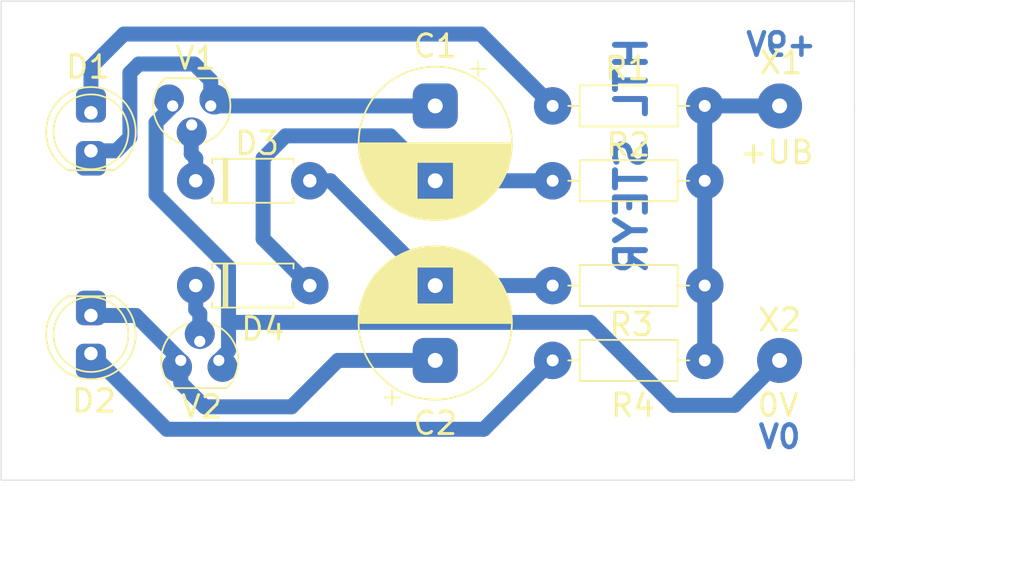
<source format=kicad_pcb>
(kicad_pcb (version 20171130) (host pcbnew 5.1.4-e60b266~84~ubuntu18.04.1)

  (general
    (thickness 1.6)
    (drawings 14)
    (tracks 55)
    (zones 0)
    (modules 14)
    (nets 11)
  )

  (page A4)
  (layers
    (0 F.Cu signal)
    (31 B.Cu signal)
    (32 B.Adhes user)
    (33 F.Adhes user)
    (34 B.Paste user)
    (35 F.Paste user)
    (36 B.SilkS user)
    (37 F.SilkS user)
    (38 B.Mask user)
    (39 F.Mask user)
    (40 Dwgs.User user)
    (41 Cmts.User user)
    (42 Eco1.User user)
    (43 Eco2.User user)
    (44 Edge.Cuts user)
    (45 Margin user)
    (46 B.CrtYd user)
    (47 F.CrtYd user)
    (48 B.Fab user)
    (49 F.Fab user)
  )

  (setup
    (last_trace_width 1)
    (trace_clearance 0.4)
    (zone_clearance 0.508)
    (zone_45_only no)
    (trace_min 1)
    (via_size 1.4)
    (via_drill 0.8)
    (via_min_size 1.4)
    (via_min_drill 0.8)
    (uvia_size 0.3)
    (uvia_drill 0.1)
    (uvias_allowed no)
    (uvia_min_size 0.2)
    (uvia_min_drill 0.1)
    (edge_width 0.05)
    (segment_width 0.2)
    (pcb_text_width 0.3)
    (pcb_text_size 1.5 1.5)
    (mod_edge_width 0.12)
    (mod_text_size 1 1)
    (mod_text_width 0.15)
    (pad_size 1.524 1.524)
    (pad_drill 0.762)
    (pad_to_mask_clearance 0.051)
    (solder_mask_min_width 0.25)
    (aux_axis_origin 0 0)
    (visible_elements FFFFFF7F)
    (pcbplotparams
      (layerselection 0x01020_fffffffe)
      (usegerberextensions false)
      (usegerberattributes false)
      (usegerberadvancedattributes false)
      (creategerberjobfile false)
      (excludeedgelayer true)
      (linewidth 0.100000)
      (plotframeref false)
      (viasonmask false)
      (mode 1)
      (useauxorigin false)
      (hpglpennumber 1)
      (hpglpenspeed 20)
      (hpglpendiameter 15.000000)
      (psnegative false)
      (psa4output false)
      (plotreference true)
      (plotvalue true)
      (plotinvisibletext false)
      (padsonsilk false)
      (subtractmaskfromsilk false)
      (outputformat 5)
      (mirror false)
      (drillshape 0)
      (scaleselection 1)
      (outputdirectory "svg"))
  )

  (net 0 "")
  (net 1 "Net-(C1-Pad2)")
  (net 2 "Net-(C1-Pad1)")
  (net 3 "Net-(C2-Pad2)")
  (net 4 "Net-(C2-Pad1)")
  (net 5 "Net-(D3-Pad1)")
  (net 6 "Net-(D4-Pad1)")
  (net 7 "Net-(D1-Pad2)")
  (net 8 "Net-(D2-Pad2)")
  (net 9 "Net-(R1-Pad1)")
  (net 10 "Net-(V1-Pad3)")

  (net_class Default "This is the default net class."
    (clearance 0.4)
    (trace_width 1)
    (via_dia 1.4)
    (via_drill 0.8)
    (uvia_dia 0.3)
    (uvia_drill 0.1)
    (diff_pair_width 1)
    (diff_pair_gap 0.4)
    (add_net "Net-(C1-Pad1)")
    (add_net "Net-(C1-Pad2)")
    (add_net "Net-(C2-Pad1)")
    (add_net "Net-(C2-Pad2)")
    (add_net "Net-(D1-Pad2)")
    (add_net "Net-(D2-Pad2)")
    (add_net "Net-(D3-Pad1)")
    (add_net "Net-(D4-Pad1)")
    (add_net "Net-(R1-Pad1)")
    (add_net "Net-(V1-Pad3)")
  )

  (module astabile-kippstufe:SolderWirePad_3mm_Drill-1mm (layer F.Cu) (tedit 5DE5A5AA) (tstamp 5DA7AB65)
    (at 175 92)
    (descr "Wire solder connection")
    (tags connector)
    (path /5DABD60F)
    (attr virtual)
    (fp_text reference X2 (at 0 -2.7) (layer F.SilkS)
      (effects (font (size 1.5 1.5) (thickness 0.2)))
    )
    (fp_text value 0V (at -0.1 3) (layer F.SilkS)
      (effects (font (size 1.5 1.5) (thickness 0.2)))
    )
    (fp_text user %R (at 0 -2.8) (layer F.Fab)
      (effects (font (size 1.5 1.5) (thickness 0.2)))
    )
    (fp_line (start -1.5 -1.5) (end 1.5 -1.5) (layer F.CrtYd) (width 0.05))
    (fp_line (start -1.5 -1.5) (end -1.5 1.5) (layer F.CrtYd) (width 0.05))
    (fp_line (start 1.5 1.5) (end 1.5 -1.5) (layer F.CrtYd) (width 0.05))
    (fp_line (start 1.5 1.5) (end -1.5 1.5) (layer F.CrtYd) (width 0.05))
    (pad 1 thru_hole circle (at 0 0) (size 3 3) (drill 1) (layers *.Cu *.Mask)
      (net 10 "Net-(V1-Pad3)"))
  )

  (module astabile-kippstufe:SolderWirePad_3mm_Drill-1mm (layer F.Cu) (tedit 5DE5A5AA) (tstamp 5DA7AB5B)
    (at 175 75)
    (descr "Wire solder connection")
    (tags connector)
    (path /5DABC397)
    (attr virtual)
    (fp_text reference X1 (at 0.1 -2.9) (layer F.SilkS)
      (effects (font (size 1.5 1.5) (thickness 0.2)))
    )
    (fp_text value +UB (at -0.2 3.1) (layer F.SilkS)
      (effects (font (size 1.5 1.5) (thickness 0.2)))
    )
    (fp_text user %R (at 0.2 -3) (layer F.Fab)
      (effects (font (size 1.5 1.5) (thickness 0.2)))
    )
    (fp_line (start -1.5 -1.5) (end 1.5 -1.5) (layer F.CrtYd) (width 0.05))
    (fp_line (start -1.5 -1.5) (end -1.5 1.5) (layer F.CrtYd) (width 0.05))
    (fp_line (start 1.5 1.5) (end 1.5 -1.5) (layer F.CrtYd) (width 0.05))
    (fp_line (start 1.5 1.5) (end -1.5 1.5) (layer F.CrtYd) (width 0.05))
    (pad 1 thru_hole circle (at 0 0) (size 3 3) (drill 1) (layers *.Cu *.Mask)
      (net 9 "Net-(R1-Pad1)"))
  )

  (module astabile-kippstufe:CP_Radial_D10.0mm_P5.00mm (layer F.Cu) (tedit 5DE5A4D4) (tstamp 5DA72D8D)
    (at 152 92 90)
    (descr "CP, Radial series, Radial, pin pitch=5.00mm, , diameter=10mm, Electrolytic Capacitor")
    (tags "CP Radial series Radial pin pitch 5.00mm  diameter 10mm Electrolytic Capacitor")
    (path /5DA73670)
    (fp_text reference C2 (at -4.2 0) (layer F.SilkS)
      (effects (font (size 1.5 1.5) (thickness 0.2)))
    )
    (fp_text value 22u (at 2.7 0.2) (layer F.Fab)
      (effects (font (size 1.5 1.5) (thickness 0.2)))
    )
    (fp_circle (center 2.5 0) (end 7.5 0) (layer F.Fab) (width 0.1))
    (fp_circle (center 2.5 0) (end 7.62 0) (layer F.SilkS) (width 0.12))
    (fp_circle (center 2.5 0) (end 7.75 0) (layer F.CrtYd) (width 0.05))
    (fp_line (start -1.788861 -2.1875) (end -0.788861 -2.1875) (layer F.Fab) (width 0.1))
    (fp_line (start -1.288861 -2.6875) (end -1.288861 -1.6875) (layer F.Fab) (width 0.1))
    (fp_line (start 2.5 -5.08) (end 2.5 5.08) (layer F.SilkS) (width 0.12))
    (fp_line (start 2.54 -5.08) (end 2.54 5.08) (layer F.SilkS) (width 0.12))
    (fp_line (start 2.58 -5.08) (end 2.58 5.08) (layer F.SilkS) (width 0.12))
    (fp_line (start 2.62 -5.079) (end 2.62 5.079) (layer F.SilkS) (width 0.12))
    (fp_line (start 2.66 -5.078) (end 2.66 5.078) (layer F.SilkS) (width 0.12))
    (fp_line (start 2.7 -5.077) (end 2.7 5.077) (layer F.SilkS) (width 0.12))
    (fp_line (start 2.74 -5.075) (end 2.74 5.075) (layer F.SilkS) (width 0.12))
    (fp_line (start 2.78 -5.073) (end 2.78 5.073) (layer F.SilkS) (width 0.12))
    (fp_line (start 2.82 -5.07) (end 2.82 5.07) (layer F.SilkS) (width 0.12))
    (fp_line (start 2.86 -5.068) (end 2.86 5.068) (layer F.SilkS) (width 0.12))
    (fp_line (start 2.9 -5.065) (end 2.9 5.065) (layer F.SilkS) (width 0.12))
    (fp_line (start 2.94 -5.062) (end 2.94 5.062) (layer F.SilkS) (width 0.12))
    (fp_line (start 2.98 -5.058) (end 2.98 5.058) (layer F.SilkS) (width 0.12))
    (fp_line (start 3.02 -5.054) (end 3.02 5.054) (layer F.SilkS) (width 0.12))
    (fp_line (start 3.06 -5.05) (end 3.06 5.05) (layer F.SilkS) (width 0.12))
    (fp_line (start 3.1 -5.045) (end 3.1 5.045) (layer F.SilkS) (width 0.12))
    (fp_line (start 3.14 -5.04) (end 3.14 5.04) (layer F.SilkS) (width 0.12))
    (fp_line (start 3.18 -5.035) (end 3.18 5.035) (layer F.SilkS) (width 0.12))
    (fp_line (start 3.221 -5.03) (end 3.221 5.03) (layer F.SilkS) (width 0.12))
    (fp_line (start 3.261 -5.024) (end 3.261 5.024) (layer F.SilkS) (width 0.12))
    (fp_line (start 3.301 -5.018) (end 3.301 5.018) (layer F.SilkS) (width 0.12))
    (fp_line (start 3.341 -5.011) (end 3.341 5.011) (layer F.SilkS) (width 0.12))
    (fp_line (start 3.381 -5.004) (end 3.381 5.004) (layer F.SilkS) (width 0.12))
    (fp_line (start 3.421 -4.997) (end 3.421 4.997) (layer F.SilkS) (width 0.12))
    (fp_line (start 3.461 -4.99) (end 3.461 4.99) (layer F.SilkS) (width 0.12))
    (fp_line (start 3.501 -4.982) (end 3.501 4.982) (layer F.SilkS) (width 0.12))
    (fp_line (start 3.541 -4.974) (end 3.541 4.974) (layer F.SilkS) (width 0.12))
    (fp_line (start 3.581 -4.965) (end 3.581 4.965) (layer F.SilkS) (width 0.12))
    (fp_line (start 3.621 -4.956) (end 3.621 4.956) (layer F.SilkS) (width 0.12))
    (fp_line (start 3.661 -4.947) (end 3.661 4.947) (layer F.SilkS) (width 0.12))
    (fp_line (start 3.701 -4.938) (end 3.701 4.938) (layer F.SilkS) (width 0.12))
    (fp_line (start 3.741 -4.928) (end 3.741 4.928) (layer F.SilkS) (width 0.12))
    (fp_line (start 3.781 -4.918) (end 3.781 -1.241) (layer F.SilkS) (width 0.12))
    (fp_line (start 3.781 1.241) (end 3.781 4.918) (layer F.SilkS) (width 0.12))
    (fp_line (start 3.821 -4.907) (end 3.821 -1.241) (layer F.SilkS) (width 0.12))
    (fp_line (start 3.821 1.241) (end 3.821 4.907) (layer F.SilkS) (width 0.12))
    (fp_line (start 3.861 -4.897) (end 3.861 -1.241) (layer F.SilkS) (width 0.12))
    (fp_line (start 3.861 1.241) (end 3.861 4.897) (layer F.SilkS) (width 0.12))
    (fp_line (start 3.901 -4.885) (end 3.901 -1.241) (layer F.SilkS) (width 0.12))
    (fp_line (start 3.901 1.241) (end 3.901 4.885) (layer F.SilkS) (width 0.12))
    (fp_line (start 3.941 -4.874) (end 3.941 -1.241) (layer F.SilkS) (width 0.12))
    (fp_line (start 3.941 1.241) (end 3.941 4.874) (layer F.SilkS) (width 0.12))
    (fp_line (start 3.981 -4.862) (end 3.981 -1.241) (layer F.SilkS) (width 0.12))
    (fp_line (start 3.981 1.241) (end 3.981 4.862) (layer F.SilkS) (width 0.12))
    (fp_line (start 4.021 -4.85) (end 4.021 -1.241) (layer F.SilkS) (width 0.12))
    (fp_line (start 4.021 1.241) (end 4.021 4.85) (layer F.SilkS) (width 0.12))
    (fp_line (start 4.061 -4.837) (end 4.061 -1.241) (layer F.SilkS) (width 0.12))
    (fp_line (start 4.061 1.241) (end 4.061 4.837) (layer F.SilkS) (width 0.12))
    (fp_line (start 4.101 -4.824) (end 4.101 -1.241) (layer F.SilkS) (width 0.12))
    (fp_line (start 4.101 1.241) (end 4.101 4.824) (layer F.SilkS) (width 0.12))
    (fp_line (start 4.141 -4.811) (end 4.141 -1.241) (layer F.SilkS) (width 0.12))
    (fp_line (start 4.141 1.241) (end 4.141 4.811) (layer F.SilkS) (width 0.12))
    (fp_line (start 4.181 -4.797) (end 4.181 -1.241) (layer F.SilkS) (width 0.12))
    (fp_line (start 4.181 1.241) (end 4.181 4.797) (layer F.SilkS) (width 0.12))
    (fp_line (start 4.221 -4.783) (end 4.221 -1.241) (layer F.SilkS) (width 0.12))
    (fp_line (start 4.221 1.241) (end 4.221 4.783) (layer F.SilkS) (width 0.12))
    (fp_line (start 4.261 -4.768) (end 4.261 -1.241) (layer F.SilkS) (width 0.12))
    (fp_line (start 4.261 1.241) (end 4.261 4.768) (layer F.SilkS) (width 0.12))
    (fp_line (start 4.301 -4.754) (end 4.301 -1.241) (layer F.SilkS) (width 0.12))
    (fp_line (start 4.301 1.241) (end 4.301 4.754) (layer F.SilkS) (width 0.12))
    (fp_line (start 4.341 -4.738) (end 4.341 -1.241) (layer F.SilkS) (width 0.12))
    (fp_line (start 4.341 1.241) (end 4.341 4.738) (layer F.SilkS) (width 0.12))
    (fp_line (start 4.381 -4.723) (end 4.381 -1.241) (layer F.SilkS) (width 0.12))
    (fp_line (start 4.381 1.241) (end 4.381 4.723) (layer F.SilkS) (width 0.12))
    (fp_line (start 4.421 -4.707) (end 4.421 -1.241) (layer F.SilkS) (width 0.12))
    (fp_line (start 4.421 1.241) (end 4.421 4.707) (layer F.SilkS) (width 0.12))
    (fp_line (start 4.461 -4.69) (end 4.461 -1.241) (layer F.SilkS) (width 0.12))
    (fp_line (start 4.461 1.241) (end 4.461 4.69) (layer F.SilkS) (width 0.12))
    (fp_line (start 4.501 -4.674) (end 4.501 -1.241) (layer F.SilkS) (width 0.12))
    (fp_line (start 4.501 1.241) (end 4.501 4.674) (layer F.SilkS) (width 0.12))
    (fp_line (start 4.541 -4.657) (end 4.541 -1.241) (layer F.SilkS) (width 0.12))
    (fp_line (start 4.541 1.241) (end 4.541 4.657) (layer F.SilkS) (width 0.12))
    (fp_line (start 4.581 -4.639) (end 4.581 -1.241) (layer F.SilkS) (width 0.12))
    (fp_line (start 4.581 1.241) (end 4.581 4.639) (layer F.SilkS) (width 0.12))
    (fp_line (start 4.621 -4.621) (end 4.621 -1.241) (layer F.SilkS) (width 0.12))
    (fp_line (start 4.621 1.241) (end 4.621 4.621) (layer F.SilkS) (width 0.12))
    (fp_line (start 4.661 -4.603) (end 4.661 -1.241) (layer F.SilkS) (width 0.12))
    (fp_line (start 4.661 1.241) (end 4.661 4.603) (layer F.SilkS) (width 0.12))
    (fp_line (start 4.701 -4.584) (end 4.701 -1.241) (layer F.SilkS) (width 0.12))
    (fp_line (start 4.701 1.241) (end 4.701 4.584) (layer F.SilkS) (width 0.12))
    (fp_line (start 4.741 -4.564) (end 4.741 -1.241) (layer F.SilkS) (width 0.12))
    (fp_line (start 4.741 1.241) (end 4.741 4.564) (layer F.SilkS) (width 0.12))
    (fp_line (start 4.781 -4.545) (end 4.781 -1.241) (layer F.SilkS) (width 0.12))
    (fp_line (start 4.781 1.241) (end 4.781 4.545) (layer F.SilkS) (width 0.12))
    (fp_line (start 4.821 -4.525) (end 4.821 -1.241) (layer F.SilkS) (width 0.12))
    (fp_line (start 4.821 1.241) (end 4.821 4.525) (layer F.SilkS) (width 0.12))
    (fp_line (start 4.861 -4.504) (end 4.861 -1.241) (layer F.SilkS) (width 0.12))
    (fp_line (start 4.861 1.241) (end 4.861 4.504) (layer F.SilkS) (width 0.12))
    (fp_line (start 4.901 -4.483) (end 4.901 -1.241) (layer F.SilkS) (width 0.12))
    (fp_line (start 4.901 1.241) (end 4.901 4.483) (layer F.SilkS) (width 0.12))
    (fp_line (start 4.941 -4.462) (end 4.941 -1.241) (layer F.SilkS) (width 0.12))
    (fp_line (start 4.941 1.241) (end 4.941 4.462) (layer F.SilkS) (width 0.12))
    (fp_line (start 4.981 -4.44) (end 4.981 -1.241) (layer F.SilkS) (width 0.12))
    (fp_line (start 4.981 1.241) (end 4.981 4.44) (layer F.SilkS) (width 0.12))
    (fp_line (start 5.021 -4.417) (end 5.021 -1.241) (layer F.SilkS) (width 0.12))
    (fp_line (start 5.021 1.241) (end 5.021 4.417) (layer F.SilkS) (width 0.12))
    (fp_line (start 5.061 -4.395) (end 5.061 -1.241) (layer F.SilkS) (width 0.12))
    (fp_line (start 5.061 1.241) (end 5.061 4.395) (layer F.SilkS) (width 0.12))
    (fp_line (start 5.101 -4.371) (end 5.101 -1.241) (layer F.SilkS) (width 0.12))
    (fp_line (start 5.101 1.241) (end 5.101 4.371) (layer F.SilkS) (width 0.12))
    (fp_line (start 5.141 -4.347) (end 5.141 -1.241) (layer F.SilkS) (width 0.12))
    (fp_line (start 5.141 1.241) (end 5.141 4.347) (layer F.SilkS) (width 0.12))
    (fp_line (start 5.181 -4.323) (end 5.181 -1.241) (layer F.SilkS) (width 0.12))
    (fp_line (start 5.181 1.241) (end 5.181 4.323) (layer F.SilkS) (width 0.12))
    (fp_line (start 5.221 -4.298) (end 5.221 -1.241) (layer F.SilkS) (width 0.12))
    (fp_line (start 5.221 1.241) (end 5.221 4.298) (layer F.SilkS) (width 0.12))
    (fp_line (start 5.261 -4.273) (end 5.261 -1.241) (layer F.SilkS) (width 0.12))
    (fp_line (start 5.261 1.241) (end 5.261 4.273) (layer F.SilkS) (width 0.12))
    (fp_line (start 5.301 -4.247) (end 5.301 -1.241) (layer F.SilkS) (width 0.12))
    (fp_line (start 5.301 1.241) (end 5.301 4.247) (layer F.SilkS) (width 0.12))
    (fp_line (start 5.341 -4.221) (end 5.341 -1.241) (layer F.SilkS) (width 0.12))
    (fp_line (start 5.341 1.241) (end 5.341 4.221) (layer F.SilkS) (width 0.12))
    (fp_line (start 5.381 -4.194) (end 5.381 -1.241) (layer F.SilkS) (width 0.12))
    (fp_line (start 5.381 1.241) (end 5.381 4.194) (layer F.SilkS) (width 0.12))
    (fp_line (start 5.421 -4.166) (end 5.421 -1.241) (layer F.SilkS) (width 0.12))
    (fp_line (start 5.421 1.241) (end 5.421 4.166) (layer F.SilkS) (width 0.12))
    (fp_line (start 5.461 -4.138) (end 5.461 -1.241) (layer F.SilkS) (width 0.12))
    (fp_line (start 5.461 1.241) (end 5.461 4.138) (layer F.SilkS) (width 0.12))
    (fp_line (start 5.501 -4.11) (end 5.501 -1.241) (layer F.SilkS) (width 0.12))
    (fp_line (start 5.501 1.241) (end 5.501 4.11) (layer F.SilkS) (width 0.12))
    (fp_line (start 5.541 -4.08) (end 5.541 -1.241) (layer F.SilkS) (width 0.12))
    (fp_line (start 5.541 1.241) (end 5.541 4.08) (layer F.SilkS) (width 0.12))
    (fp_line (start 5.581 -4.05) (end 5.581 -1.241) (layer F.SilkS) (width 0.12))
    (fp_line (start 5.581 1.241) (end 5.581 4.05) (layer F.SilkS) (width 0.12))
    (fp_line (start 5.621 -4.02) (end 5.621 -1.241) (layer F.SilkS) (width 0.12))
    (fp_line (start 5.621 1.241) (end 5.621 4.02) (layer F.SilkS) (width 0.12))
    (fp_line (start 5.661 -3.989) (end 5.661 -1.241) (layer F.SilkS) (width 0.12))
    (fp_line (start 5.661 1.241) (end 5.661 3.989) (layer F.SilkS) (width 0.12))
    (fp_line (start 5.701 -3.957) (end 5.701 -1.241) (layer F.SilkS) (width 0.12))
    (fp_line (start 5.701 1.241) (end 5.701 3.957) (layer F.SilkS) (width 0.12))
    (fp_line (start 5.741 -3.925) (end 5.741 -1.241) (layer F.SilkS) (width 0.12))
    (fp_line (start 5.741 1.241) (end 5.741 3.925) (layer F.SilkS) (width 0.12))
    (fp_line (start 5.781 -3.892) (end 5.781 -1.241) (layer F.SilkS) (width 0.12))
    (fp_line (start 5.781 1.241) (end 5.781 3.892) (layer F.SilkS) (width 0.12))
    (fp_line (start 5.821 -3.858) (end 5.821 -1.241) (layer F.SilkS) (width 0.12))
    (fp_line (start 5.821 1.241) (end 5.821 3.858) (layer F.SilkS) (width 0.12))
    (fp_line (start 5.861 -3.824) (end 5.861 -1.241) (layer F.SilkS) (width 0.12))
    (fp_line (start 5.861 1.241) (end 5.861 3.824) (layer F.SilkS) (width 0.12))
    (fp_line (start 5.901 -3.789) (end 5.901 -1.241) (layer F.SilkS) (width 0.12))
    (fp_line (start 5.901 1.241) (end 5.901 3.789) (layer F.SilkS) (width 0.12))
    (fp_line (start 5.941 -3.753) (end 5.941 -1.241) (layer F.SilkS) (width 0.12))
    (fp_line (start 5.941 1.241) (end 5.941 3.753) (layer F.SilkS) (width 0.12))
    (fp_line (start 5.981 -3.716) (end 5.981 -1.241) (layer F.SilkS) (width 0.12))
    (fp_line (start 5.981 1.241) (end 5.981 3.716) (layer F.SilkS) (width 0.12))
    (fp_line (start 6.021 -3.679) (end 6.021 -1.241) (layer F.SilkS) (width 0.12))
    (fp_line (start 6.021 1.241) (end 6.021 3.679) (layer F.SilkS) (width 0.12))
    (fp_line (start 6.061 -3.64) (end 6.061 -1.241) (layer F.SilkS) (width 0.12))
    (fp_line (start 6.061 1.241) (end 6.061 3.64) (layer F.SilkS) (width 0.12))
    (fp_line (start 6.101 -3.601) (end 6.101 -1.241) (layer F.SilkS) (width 0.12))
    (fp_line (start 6.101 1.241) (end 6.101 3.601) (layer F.SilkS) (width 0.12))
    (fp_line (start 6.141 -3.561) (end 6.141 -1.241) (layer F.SilkS) (width 0.12))
    (fp_line (start 6.141 1.241) (end 6.141 3.561) (layer F.SilkS) (width 0.12))
    (fp_line (start 6.181 -3.52) (end 6.181 -1.241) (layer F.SilkS) (width 0.12))
    (fp_line (start 6.181 1.241) (end 6.181 3.52) (layer F.SilkS) (width 0.12))
    (fp_line (start 6.221 -3.478) (end 6.221 -1.241) (layer F.SilkS) (width 0.12))
    (fp_line (start 6.221 1.241) (end 6.221 3.478) (layer F.SilkS) (width 0.12))
    (fp_line (start 6.261 -3.436) (end 6.261 3.436) (layer F.SilkS) (width 0.12))
    (fp_line (start 6.301 -3.392) (end 6.301 3.392) (layer F.SilkS) (width 0.12))
    (fp_line (start 6.341 -3.347) (end 6.341 3.347) (layer F.SilkS) (width 0.12))
    (fp_line (start 6.381 -3.301) (end 6.381 3.301) (layer F.SilkS) (width 0.12))
    (fp_line (start 6.421 -3.254) (end 6.421 3.254) (layer F.SilkS) (width 0.12))
    (fp_line (start 6.461 -3.206) (end 6.461 3.206) (layer F.SilkS) (width 0.12))
    (fp_line (start 6.501 -3.156) (end 6.501 3.156) (layer F.SilkS) (width 0.12))
    (fp_line (start 6.541 -3.106) (end 6.541 3.106) (layer F.SilkS) (width 0.12))
    (fp_line (start 6.581 -3.054) (end 6.581 3.054) (layer F.SilkS) (width 0.12))
    (fp_line (start 6.621 -3) (end 6.621 3) (layer F.SilkS) (width 0.12))
    (fp_line (start 6.661 -2.945) (end 6.661 2.945) (layer F.SilkS) (width 0.12))
    (fp_line (start 6.701 -2.889) (end 6.701 2.889) (layer F.SilkS) (width 0.12))
    (fp_line (start 6.741 -2.83) (end 6.741 2.83) (layer F.SilkS) (width 0.12))
    (fp_line (start 6.781 -2.77) (end 6.781 2.77) (layer F.SilkS) (width 0.12))
    (fp_line (start 6.821 -2.709) (end 6.821 2.709) (layer F.SilkS) (width 0.12))
    (fp_line (start 6.861 -2.645) (end 6.861 2.645) (layer F.SilkS) (width 0.12))
    (fp_line (start 6.901 -2.579) (end 6.901 2.579) (layer F.SilkS) (width 0.12))
    (fp_line (start 6.941 -2.51) (end 6.941 2.51) (layer F.SilkS) (width 0.12))
    (fp_line (start 6.981 -2.439) (end 6.981 2.439) (layer F.SilkS) (width 0.12))
    (fp_line (start 7.021 -2.365) (end 7.021 2.365) (layer F.SilkS) (width 0.12))
    (fp_line (start 7.061 -2.289) (end 7.061 2.289) (layer F.SilkS) (width 0.12))
    (fp_line (start 7.101 -2.209) (end 7.101 2.209) (layer F.SilkS) (width 0.12))
    (fp_line (start 7.141 -2.125) (end 7.141 2.125) (layer F.SilkS) (width 0.12))
    (fp_line (start 7.181 -2.037) (end 7.181 2.037) (layer F.SilkS) (width 0.12))
    (fp_line (start 7.221 -1.944) (end 7.221 1.944) (layer F.SilkS) (width 0.12))
    (fp_line (start 7.261 -1.846) (end 7.261 1.846) (layer F.SilkS) (width 0.12))
    (fp_line (start 7.301 -1.742) (end 7.301 1.742) (layer F.SilkS) (width 0.12))
    (fp_line (start 7.341 -1.63) (end 7.341 1.63) (layer F.SilkS) (width 0.12))
    (fp_line (start 7.381 -1.51) (end 7.381 1.51) (layer F.SilkS) (width 0.12))
    (fp_line (start 7.421 -1.378) (end 7.421 1.378) (layer F.SilkS) (width 0.12))
    (fp_line (start 7.461 -1.23) (end 7.461 1.23) (layer F.SilkS) (width 0.12))
    (fp_line (start 7.501 -1.062) (end 7.501 1.062) (layer F.SilkS) (width 0.12))
    (fp_line (start 7.541 -0.862) (end 7.541 0.862) (layer F.SilkS) (width 0.12))
    (fp_line (start 7.581 -0.599) (end 7.581 0.599) (layer F.SilkS) (width 0.12))
    (fp_line (start -2.979646 -2.875) (end -1.979646 -2.875) (layer F.SilkS) (width 0.12))
    (fp_line (start -2.479646 -3.375) (end -2.479646 -2.375) (layer F.SilkS) (width 0.12))
    (fp_text user %R (at 7.3 -5) (layer F.Fab)
      (effects (font (size 1.5 1.5) (thickness 0.2)))
    )
    (pad 1 thru_hole roundrect (at 0 0 90) (size 3 3) (drill 1) (layers *.Cu *.Mask) (roundrect_rratio 0.25)
      (net 4 "Net-(C2-Pad1)"))
    (pad 2 thru_hole roundrect (at 5 0 90) (size 3 3) (drill 1) (layers *.Cu *.Mask) (roundrect_rratio 0.25)
      (net 3 "Net-(C2-Pad2)"))
    (model ${KISYS3DMOD}/Capacitor_THT.3dshapes/CP_Radial_D10.0mm_P5.00mm.wrl
      (at (xyz 0 0 0))
      (scale (xyz 1 1 1))
      (rotate (xyz 0 0 0))
    )
  )

  (module astabile-kippstufe:CP_Radial_D10.0mm_P5.00mm (layer F.Cu) (tedit 5DE5A4D4) (tstamp 5DA72CC1)
    (at 152 75 270)
    (descr "CP, Radial series, Radial, pin pitch=5.00mm, , diameter=10mm, Electrolytic Capacitor")
    (tags "CP Radial series Radial pin pitch 5.00mm  diameter 10mm Electrolytic Capacitor")
    (path /5DA72C03)
    (fp_text reference C1 (at -4 0) (layer F.SilkS)
      (effects (font (size 1.5 1.5) (thickness 0.2)))
    )
    (fp_text value 22u (at 2.8 -0.1) (layer F.Fab)
      (effects (font (size 1.5 1.5) (thickness 0.2)))
    )
    (fp_circle (center 2.5 0) (end 7.5 0) (layer F.Fab) (width 0.1))
    (fp_circle (center 2.5 0) (end 7.62 0) (layer F.SilkS) (width 0.12))
    (fp_circle (center 2.5 0) (end 7.75 0) (layer F.CrtYd) (width 0.05))
    (fp_line (start -1.788861 -2.1875) (end -0.788861 -2.1875) (layer F.Fab) (width 0.1))
    (fp_line (start -1.288861 -2.6875) (end -1.288861 -1.6875) (layer F.Fab) (width 0.1))
    (fp_line (start 2.5 -5.08) (end 2.5 5.08) (layer F.SilkS) (width 0.12))
    (fp_line (start 2.54 -5.08) (end 2.54 5.08) (layer F.SilkS) (width 0.12))
    (fp_line (start 2.58 -5.08) (end 2.58 5.08) (layer F.SilkS) (width 0.12))
    (fp_line (start 2.62 -5.079) (end 2.62 5.079) (layer F.SilkS) (width 0.12))
    (fp_line (start 2.66 -5.078) (end 2.66 5.078) (layer F.SilkS) (width 0.12))
    (fp_line (start 2.7 -5.077) (end 2.7 5.077) (layer F.SilkS) (width 0.12))
    (fp_line (start 2.74 -5.075) (end 2.74 5.075) (layer F.SilkS) (width 0.12))
    (fp_line (start 2.78 -5.073) (end 2.78 5.073) (layer F.SilkS) (width 0.12))
    (fp_line (start 2.82 -5.07) (end 2.82 5.07) (layer F.SilkS) (width 0.12))
    (fp_line (start 2.86 -5.068) (end 2.86 5.068) (layer F.SilkS) (width 0.12))
    (fp_line (start 2.9 -5.065) (end 2.9 5.065) (layer F.SilkS) (width 0.12))
    (fp_line (start 2.94 -5.062) (end 2.94 5.062) (layer F.SilkS) (width 0.12))
    (fp_line (start 2.98 -5.058) (end 2.98 5.058) (layer F.SilkS) (width 0.12))
    (fp_line (start 3.02 -5.054) (end 3.02 5.054) (layer F.SilkS) (width 0.12))
    (fp_line (start 3.06 -5.05) (end 3.06 5.05) (layer F.SilkS) (width 0.12))
    (fp_line (start 3.1 -5.045) (end 3.1 5.045) (layer F.SilkS) (width 0.12))
    (fp_line (start 3.14 -5.04) (end 3.14 5.04) (layer F.SilkS) (width 0.12))
    (fp_line (start 3.18 -5.035) (end 3.18 5.035) (layer F.SilkS) (width 0.12))
    (fp_line (start 3.221 -5.03) (end 3.221 5.03) (layer F.SilkS) (width 0.12))
    (fp_line (start 3.261 -5.024) (end 3.261 5.024) (layer F.SilkS) (width 0.12))
    (fp_line (start 3.301 -5.018) (end 3.301 5.018) (layer F.SilkS) (width 0.12))
    (fp_line (start 3.341 -5.011) (end 3.341 5.011) (layer F.SilkS) (width 0.12))
    (fp_line (start 3.381 -5.004) (end 3.381 5.004) (layer F.SilkS) (width 0.12))
    (fp_line (start 3.421 -4.997) (end 3.421 4.997) (layer F.SilkS) (width 0.12))
    (fp_line (start 3.461 -4.99) (end 3.461 4.99) (layer F.SilkS) (width 0.12))
    (fp_line (start 3.501 -4.982) (end 3.501 4.982) (layer F.SilkS) (width 0.12))
    (fp_line (start 3.541 -4.974) (end 3.541 4.974) (layer F.SilkS) (width 0.12))
    (fp_line (start 3.581 -4.965) (end 3.581 4.965) (layer F.SilkS) (width 0.12))
    (fp_line (start 3.621 -4.956) (end 3.621 4.956) (layer F.SilkS) (width 0.12))
    (fp_line (start 3.661 -4.947) (end 3.661 4.947) (layer F.SilkS) (width 0.12))
    (fp_line (start 3.701 -4.938) (end 3.701 4.938) (layer F.SilkS) (width 0.12))
    (fp_line (start 3.741 -4.928) (end 3.741 4.928) (layer F.SilkS) (width 0.12))
    (fp_line (start 3.781 -4.918) (end 3.781 -1.241) (layer F.SilkS) (width 0.12))
    (fp_line (start 3.781 1.241) (end 3.781 4.918) (layer F.SilkS) (width 0.12))
    (fp_line (start 3.821 -4.907) (end 3.821 -1.241) (layer F.SilkS) (width 0.12))
    (fp_line (start 3.821 1.241) (end 3.821 4.907) (layer F.SilkS) (width 0.12))
    (fp_line (start 3.861 -4.897) (end 3.861 -1.241) (layer F.SilkS) (width 0.12))
    (fp_line (start 3.861 1.241) (end 3.861 4.897) (layer F.SilkS) (width 0.12))
    (fp_line (start 3.901 -4.885) (end 3.901 -1.241) (layer F.SilkS) (width 0.12))
    (fp_line (start 3.901 1.241) (end 3.901 4.885) (layer F.SilkS) (width 0.12))
    (fp_line (start 3.941 -4.874) (end 3.941 -1.241) (layer F.SilkS) (width 0.12))
    (fp_line (start 3.941 1.241) (end 3.941 4.874) (layer F.SilkS) (width 0.12))
    (fp_line (start 3.981 -4.862) (end 3.981 -1.241) (layer F.SilkS) (width 0.12))
    (fp_line (start 3.981 1.241) (end 3.981 4.862) (layer F.SilkS) (width 0.12))
    (fp_line (start 4.021 -4.85) (end 4.021 -1.241) (layer F.SilkS) (width 0.12))
    (fp_line (start 4.021 1.241) (end 4.021 4.85) (layer F.SilkS) (width 0.12))
    (fp_line (start 4.061 -4.837) (end 4.061 -1.241) (layer F.SilkS) (width 0.12))
    (fp_line (start 4.061 1.241) (end 4.061 4.837) (layer F.SilkS) (width 0.12))
    (fp_line (start 4.101 -4.824) (end 4.101 -1.241) (layer F.SilkS) (width 0.12))
    (fp_line (start 4.101 1.241) (end 4.101 4.824) (layer F.SilkS) (width 0.12))
    (fp_line (start 4.141 -4.811) (end 4.141 -1.241) (layer F.SilkS) (width 0.12))
    (fp_line (start 4.141 1.241) (end 4.141 4.811) (layer F.SilkS) (width 0.12))
    (fp_line (start 4.181 -4.797) (end 4.181 -1.241) (layer F.SilkS) (width 0.12))
    (fp_line (start 4.181 1.241) (end 4.181 4.797) (layer F.SilkS) (width 0.12))
    (fp_line (start 4.221 -4.783) (end 4.221 -1.241) (layer F.SilkS) (width 0.12))
    (fp_line (start 4.221 1.241) (end 4.221 4.783) (layer F.SilkS) (width 0.12))
    (fp_line (start 4.261 -4.768) (end 4.261 -1.241) (layer F.SilkS) (width 0.12))
    (fp_line (start 4.261 1.241) (end 4.261 4.768) (layer F.SilkS) (width 0.12))
    (fp_line (start 4.301 -4.754) (end 4.301 -1.241) (layer F.SilkS) (width 0.12))
    (fp_line (start 4.301 1.241) (end 4.301 4.754) (layer F.SilkS) (width 0.12))
    (fp_line (start 4.341 -4.738) (end 4.341 -1.241) (layer F.SilkS) (width 0.12))
    (fp_line (start 4.341 1.241) (end 4.341 4.738) (layer F.SilkS) (width 0.12))
    (fp_line (start 4.381 -4.723) (end 4.381 -1.241) (layer F.SilkS) (width 0.12))
    (fp_line (start 4.381 1.241) (end 4.381 4.723) (layer F.SilkS) (width 0.12))
    (fp_line (start 4.421 -4.707) (end 4.421 -1.241) (layer F.SilkS) (width 0.12))
    (fp_line (start 4.421 1.241) (end 4.421 4.707) (layer F.SilkS) (width 0.12))
    (fp_line (start 4.461 -4.69) (end 4.461 -1.241) (layer F.SilkS) (width 0.12))
    (fp_line (start 4.461 1.241) (end 4.461 4.69) (layer F.SilkS) (width 0.12))
    (fp_line (start 4.501 -4.674) (end 4.501 -1.241) (layer F.SilkS) (width 0.12))
    (fp_line (start 4.501 1.241) (end 4.501 4.674) (layer F.SilkS) (width 0.12))
    (fp_line (start 4.541 -4.657) (end 4.541 -1.241) (layer F.SilkS) (width 0.12))
    (fp_line (start 4.541 1.241) (end 4.541 4.657) (layer F.SilkS) (width 0.12))
    (fp_line (start 4.581 -4.639) (end 4.581 -1.241) (layer F.SilkS) (width 0.12))
    (fp_line (start 4.581 1.241) (end 4.581 4.639) (layer F.SilkS) (width 0.12))
    (fp_line (start 4.621 -4.621) (end 4.621 -1.241) (layer F.SilkS) (width 0.12))
    (fp_line (start 4.621 1.241) (end 4.621 4.621) (layer F.SilkS) (width 0.12))
    (fp_line (start 4.661 -4.603) (end 4.661 -1.241) (layer F.SilkS) (width 0.12))
    (fp_line (start 4.661 1.241) (end 4.661 4.603) (layer F.SilkS) (width 0.12))
    (fp_line (start 4.701 -4.584) (end 4.701 -1.241) (layer F.SilkS) (width 0.12))
    (fp_line (start 4.701 1.241) (end 4.701 4.584) (layer F.SilkS) (width 0.12))
    (fp_line (start 4.741 -4.564) (end 4.741 -1.241) (layer F.SilkS) (width 0.12))
    (fp_line (start 4.741 1.241) (end 4.741 4.564) (layer F.SilkS) (width 0.12))
    (fp_line (start 4.781 -4.545) (end 4.781 -1.241) (layer F.SilkS) (width 0.12))
    (fp_line (start 4.781 1.241) (end 4.781 4.545) (layer F.SilkS) (width 0.12))
    (fp_line (start 4.821 -4.525) (end 4.821 -1.241) (layer F.SilkS) (width 0.12))
    (fp_line (start 4.821 1.241) (end 4.821 4.525) (layer F.SilkS) (width 0.12))
    (fp_line (start 4.861 -4.504) (end 4.861 -1.241) (layer F.SilkS) (width 0.12))
    (fp_line (start 4.861 1.241) (end 4.861 4.504) (layer F.SilkS) (width 0.12))
    (fp_line (start 4.901 -4.483) (end 4.901 -1.241) (layer F.SilkS) (width 0.12))
    (fp_line (start 4.901 1.241) (end 4.901 4.483) (layer F.SilkS) (width 0.12))
    (fp_line (start 4.941 -4.462) (end 4.941 -1.241) (layer F.SilkS) (width 0.12))
    (fp_line (start 4.941 1.241) (end 4.941 4.462) (layer F.SilkS) (width 0.12))
    (fp_line (start 4.981 -4.44) (end 4.981 -1.241) (layer F.SilkS) (width 0.12))
    (fp_line (start 4.981 1.241) (end 4.981 4.44) (layer F.SilkS) (width 0.12))
    (fp_line (start 5.021 -4.417) (end 5.021 -1.241) (layer F.SilkS) (width 0.12))
    (fp_line (start 5.021 1.241) (end 5.021 4.417) (layer F.SilkS) (width 0.12))
    (fp_line (start 5.061 -4.395) (end 5.061 -1.241) (layer F.SilkS) (width 0.12))
    (fp_line (start 5.061 1.241) (end 5.061 4.395) (layer F.SilkS) (width 0.12))
    (fp_line (start 5.101 -4.371) (end 5.101 -1.241) (layer F.SilkS) (width 0.12))
    (fp_line (start 5.101 1.241) (end 5.101 4.371) (layer F.SilkS) (width 0.12))
    (fp_line (start 5.141 -4.347) (end 5.141 -1.241) (layer F.SilkS) (width 0.12))
    (fp_line (start 5.141 1.241) (end 5.141 4.347) (layer F.SilkS) (width 0.12))
    (fp_line (start 5.181 -4.323) (end 5.181 -1.241) (layer F.SilkS) (width 0.12))
    (fp_line (start 5.181 1.241) (end 5.181 4.323) (layer F.SilkS) (width 0.12))
    (fp_line (start 5.221 -4.298) (end 5.221 -1.241) (layer F.SilkS) (width 0.12))
    (fp_line (start 5.221 1.241) (end 5.221 4.298) (layer F.SilkS) (width 0.12))
    (fp_line (start 5.261 -4.273) (end 5.261 -1.241) (layer F.SilkS) (width 0.12))
    (fp_line (start 5.261 1.241) (end 5.261 4.273) (layer F.SilkS) (width 0.12))
    (fp_line (start 5.301 -4.247) (end 5.301 -1.241) (layer F.SilkS) (width 0.12))
    (fp_line (start 5.301 1.241) (end 5.301 4.247) (layer F.SilkS) (width 0.12))
    (fp_line (start 5.341 -4.221) (end 5.341 -1.241) (layer F.SilkS) (width 0.12))
    (fp_line (start 5.341 1.241) (end 5.341 4.221) (layer F.SilkS) (width 0.12))
    (fp_line (start 5.381 -4.194) (end 5.381 -1.241) (layer F.SilkS) (width 0.12))
    (fp_line (start 5.381 1.241) (end 5.381 4.194) (layer F.SilkS) (width 0.12))
    (fp_line (start 5.421 -4.166) (end 5.421 -1.241) (layer F.SilkS) (width 0.12))
    (fp_line (start 5.421 1.241) (end 5.421 4.166) (layer F.SilkS) (width 0.12))
    (fp_line (start 5.461 -4.138) (end 5.461 -1.241) (layer F.SilkS) (width 0.12))
    (fp_line (start 5.461 1.241) (end 5.461 4.138) (layer F.SilkS) (width 0.12))
    (fp_line (start 5.501 -4.11) (end 5.501 -1.241) (layer F.SilkS) (width 0.12))
    (fp_line (start 5.501 1.241) (end 5.501 4.11) (layer F.SilkS) (width 0.12))
    (fp_line (start 5.541 -4.08) (end 5.541 -1.241) (layer F.SilkS) (width 0.12))
    (fp_line (start 5.541 1.241) (end 5.541 4.08) (layer F.SilkS) (width 0.12))
    (fp_line (start 5.581 -4.05) (end 5.581 -1.241) (layer F.SilkS) (width 0.12))
    (fp_line (start 5.581 1.241) (end 5.581 4.05) (layer F.SilkS) (width 0.12))
    (fp_line (start 5.621 -4.02) (end 5.621 -1.241) (layer F.SilkS) (width 0.12))
    (fp_line (start 5.621 1.241) (end 5.621 4.02) (layer F.SilkS) (width 0.12))
    (fp_line (start 5.661 -3.989) (end 5.661 -1.241) (layer F.SilkS) (width 0.12))
    (fp_line (start 5.661 1.241) (end 5.661 3.989) (layer F.SilkS) (width 0.12))
    (fp_line (start 5.701 -3.957) (end 5.701 -1.241) (layer F.SilkS) (width 0.12))
    (fp_line (start 5.701 1.241) (end 5.701 3.957) (layer F.SilkS) (width 0.12))
    (fp_line (start 5.741 -3.925) (end 5.741 -1.241) (layer F.SilkS) (width 0.12))
    (fp_line (start 5.741 1.241) (end 5.741 3.925) (layer F.SilkS) (width 0.12))
    (fp_line (start 5.781 -3.892) (end 5.781 -1.241) (layer F.SilkS) (width 0.12))
    (fp_line (start 5.781 1.241) (end 5.781 3.892) (layer F.SilkS) (width 0.12))
    (fp_line (start 5.821 -3.858) (end 5.821 -1.241) (layer F.SilkS) (width 0.12))
    (fp_line (start 5.821 1.241) (end 5.821 3.858) (layer F.SilkS) (width 0.12))
    (fp_line (start 5.861 -3.824) (end 5.861 -1.241) (layer F.SilkS) (width 0.12))
    (fp_line (start 5.861 1.241) (end 5.861 3.824) (layer F.SilkS) (width 0.12))
    (fp_line (start 5.901 -3.789) (end 5.901 -1.241) (layer F.SilkS) (width 0.12))
    (fp_line (start 5.901 1.241) (end 5.901 3.789) (layer F.SilkS) (width 0.12))
    (fp_line (start 5.941 -3.753) (end 5.941 -1.241) (layer F.SilkS) (width 0.12))
    (fp_line (start 5.941 1.241) (end 5.941 3.753) (layer F.SilkS) (width 0.12))
    (fp_line (start 5.981 -3.716) (end 5.981 -1.241) (layer F.SilkS) (width 0.12))
    (fp_line (start 5.981 1.241) (end 5.981 3.716) (layer F.SilkS) (width 0.12))
    (fp_line (start 6.021 -3.679) (end 6.021 -1.241) (layer F.SilkS) (width 0.12))
    (fp_line (start 6.021 1.241) (end 6.021 3.679) (layer F.SilkS) (width 0.12))
    (fp_line (start 6.061 -3.64) (end 6.061 -1.241) (layer F.SilkS) (width 0.12))
    (fp_line (start 6.061 1.241) (end 6.061 3.64) (layer F.SilkS) (width 0.12))
    (fp_line (start 6.101 -3.601) (end 6.101 -1.241) (layer F.SilkS) (width 0.12))
    (fp_line (start 6.101 1.241) (end 6.101 3.601) (layer F.SilkS) (width 0.12))
    (fp_line (start 6.141 -3.561) (end 6.141 -1.241) (layer F.SilkS) (width 0.12))
    (fp_line (start 6.141 1.241) (end 6.141 3.561) (layer F.SilkS) (width 0.12))
    (fp_line (start 6.181 -3.52) (end 6.181 -1.241) (layer F.SilkS) (width 0.12))
    (fp_line (start 6.181 1.241) (end 6.181 3.52) (layer F.SilkS) (width 0.12))
    (fp_line (start 6.221 -3.478) (end 6.221 -1.241) (layer F.SilkS) (width 0.12))
    (fp_line (start 6.221 1.241) (end 6.221 3.478) (layer F.SilkS) (width 0.12))
    (fp_line (start 6.261 -3.436) (end 6.261 3.436) (layer F.SilkS) (width 0.12))
    (fp_line (start 6.301 -3.392) (end 6.301 3.392) (layer F.SilkS) (width 0.12))
    (fp_line (start 6.341 -3.347) (end 6.341 3.347) (layer F.SilkS) (width 0.12))
    (fp_line (start 6.381 -3.301) (end 6.381 3.301) (layer F.SilkS) (width 0.12))
    (fp_line (start 6.421 -3.254) (end 6.421 3.254) (layer F.SilkS) (width 0.12))
    (fp_line (start 6.461 -3.206) (end 6.461 3.206) (layer F.SilkS) (width 0.12))
    (fp_line (start 6.501 -3.156) (end 6.501 3.156) (layer F.SilkS) (width 0.12))
    (fp_line (start 6.541 -3.106) (end 6.541 3.106) (layer F.SilkS) (width 0.12))
    (fp_line (start 6.581 -3.054) (end 6.581 3.054) (layer F.SilkS) (width 0.12))
    (fp_line (start 6.621 -3) (end 6.621 3) (layer F.SilkS) (width 0.12))
    (fp_line (start 6.661 -2.945) (end 6.661 2.945) (layer F.SilkS) (width 0.12))
    (fp_line (start 6.701 -2.889) (end 6.701 2.889) (layer F.SilkS) (width 0.12))
    (fp_line (start 6.741 -2.83) (end 6.741 2.83) (layer F.SilkS) (width 0.12))
    (fp_line (start 6.781 -2.77) (end 6.781 2.77) (layer F.SilkS) (width 0.12))
    (fp_line (start 6.821 -2.709) (end 6.821 2.709) (layer F.SilkS) (width 0.12))
    (fp_line (start 6.861 -2.645) (end 6.861 2.645) (layer F.SilkS) (width 0.12))
    (fp_line (start 6.901 -2.579) (end 6.901 2.579) (layer F.SilkS) (width 0.12))
    (fp_line (start 6.941 -2.51) (end 6.941 2.51) (layer F.SilkS) (width 0.12))
    (fp_line (start 6.981 -2.439) (end 6.981 2.439) (layer F.SilkS) (width 0.12))
    (fp_line (start 7.021 -2.365) (end 7.021 2.365) (layer F.SilkS) (width 0.12))
    (fp_line (start 7.061 -2.289) (end 7.061 2.289) (layer F.SilkS) (width 0.12))
    (fp_line (start 7.101 -2.209) (end 7.101 2.209) (layer F.SilkS) (width 0.12))
    (fp_line (start 7.141 -2.125) (end 7.141 2.125) (layer F.SilkS) (width 0.12))
    (fp_line (start 7.181 -2.037) (end 7.181 2.037) (layer F.SilkS) (width 0.12))
    (fp_line (start 7.221 -1.944) (end 7.221 1.944) (layer F.SilkS) (width 0.12))
    (fp_line (start 7.261 -1.846) (end 7.261 1.846) (layer F.SilkS) (width 0.12))
    (fp_line (start 7.301 -1.742) (end 7.301 1.742) (layer F.SilkS) (width 0.12))
    (fp_line (start 7.341 -1.63) (end 7.341 1.63) (layer F.SilkS) (width 0.12))
    (fp_line (start 7.381 -1.51) (end 7.381 1.51) (layer F.SilkS) (width 0.12))
    (fp_line (start 7.421 -1.378) (end 7.421 1.378) (layer F.SilkS) (width 0.12))
    (fp_line (start 7.461 -1.23) (end 7.461 1.23) (layer F.SilkS) (width 0.12))
    (fp_line (start 7.501 -1.062) (end 7.501 1.062) (layer F.SilkS) (width 0.12))
    (fp_line (start 7.541 -0.862) (end 7.541 0.862) (layer F.SilkS) (width 0.12))
    (fp_line (start 7.581 -0.599) (end 7.581 0.599) (layer F.SilkS) (width 0.12))
    (fp_line (start -2.979646 -2.875) (end -1.979646 -2.875) (layer F.SilkS) (width 0.12))
    (fp_line (start -2.479646 -3.375) (end -2.479646 -2.375) (layer F.SilkS) (width 0.12))
    (fp_text user %R (at -2.8 4.4) (layer F.Fab)
      (effects (font (size 1.5 1.5) (thickness 0.2)))
    )
    (pad 1 thru_hole roundrect (at 0 0 270) (size 3 3) (drill 1) (layers *.Cu *.Mask) (roundrect_rratio 0.25)
      (net 2 "Net-(C1-Pad1)"))
    (pad 2 thru_hole roundrect (at 5 0 270) (size 3 3) (drill 1) (layers *.Cu *.Mask) (roundrect_rratio 0.25)
      (net 1 "Net-(C1-Pad2)"))
    (model ${KISYS3DMOD}/Capacitor_THT.3dshapes/CP_Radial_D10.0mm_P5.00mm.wrl
      (at (xyz 0 0 0))
      (scale (xyz 1 1 1))
      (rotate (xyz 0 0 0))
    )
  )

  (module astabile-kippstufe:D_A-405_P7.62mm_Horizontal (layer F.Cu) (tedit 5DE5A46B) (tstamp 5DA72DCB)
    (at 136 87)
    (descr "Diode, A-405 series, Axial, Horizontal, pin pitch=7.62mm, , length*diameter=5.2*2.7mm^2, , http://www.diodes.com/_files/packages/A-405.pdf")
    (tags "Diode A-405 series Axial Horizontal pin pitch 7.62mm  length 5.2mm diameter 2.7mm")
    (path /5DA7C9EA)
    (fp_text reference D4 (at 4.5 2.9) (layer F.SilkS)
      (effects (font (size 1.5 1.5) (thickness 0.2)))
    )
    (fp_text value 1N4148 (at 3.81 2.47) (layer F.Fab) hide
      (effects (font (size 1.5 1.5) (thickness 0.2)))
    )
    (fp_line (start 1.21 -1.35) (end 1.21 1.35) (layer F.Fab) (width 0.1))
    (fp_line (start 1.21 1.35) (end 6.41 1.35) (layer F.Fab) (width 0.1))
    (fp_line (start 6.41 1.35) (end 6.41 -1.35) (layer F.Fab) (width 0.1))
    (fp_line (start 6.41 -1.35) (end 1.21 -1.35) (layer F.Fab) (width 0.1))
    (fp_line (start 0 0) (end 1.21 0) (layer F.Fab) (width 0.1))
    (fp_line (start 7.62 0) (end 6.41 0) (layer F.Fab) (width 0.1))
    (fp_line (start 1.99 -1.35) (end 1.99 1.35) (layer F.Fab) (width 0.1))
    (fp_line (start 2.09 -1.35) (end 2.09 1.35) (layer F.Fab) (width 0.1))
    (fp_line (start 1.89 -1.35) (end 1.89 1.35) (layer F.Fab) (width 0.1))
    (fp_line (start 1.09 -1.14) (end 1.09 -1.47) (layer F.SilkS) (width 0.12))
    (fp_line (start 1.09 -1.47) (end 6.53 -1.47) (layer F.SilkS) (width 0.12))
    (fp_line (start 6.53 -1.47) (end 6.53 -1.14) (layer F.SilkS) (width 0.12))
    (fp_line (start 1.09 1.14) (end 1.09 1.47) (layer F.SilkS) (width 0.12))
    (fp_line (start 1.09 1.47) (end 6.53 1.47) (layer F.SilkS) (width 0.12))
    (fp_line (start 6.53 1.47) (end 6.53 1.14) (layer F.SilkS) (width 0.12))
    (fp_line (start 1.99 -1.47) (end 1.99 1.47) (layer F.SilkS) (width 0.12))
    (fp_line (start 2.11 -1.47) (end 2.11 1.47) (layer F.SilkS) (width 0.12))
    (fp_line (start 1.87 -1.47) (end 1.87 1.47) (layer F.SilkS) (width 0.12))
    (fp_line (start -1.15 -1.6) (end -1.15 1.6) (layer F.CrtYd) (width 0.05))
    (fp_line (start -1.15 1.6) (end 8.77 1.6) (layer F.CrtYd) (width 0.05))
    (fp_line (start 8.77 1.6) (end 8.77 -1.6) (layer F.CrtYd) (width 0.05))
    (fp_line (start 8.77 -1.6) (end -1.15 -1.6) (layer F.CrtYd) (width 0.05))
    (fp_text user %R (at 4.2 0) (layer F.Fab)
      (effects (font (size 1.5 1.5) (thickness 0.2)))
    )
    (pad 1 thru_hole circle (at 0 0) (size 2.5 2.5) (drill 0.9) (layers *.Cu *.Mask)
      (net 6 "Net-(D4-Pad1)"))
    (pad 2 thru_hole circle (at 7.62 0) (size 2.5 2.5) (drill 0.9) (layers *.Cu *.Mask)
      (net 1 "Net-(C1-Pad2)"))
    (model ${KISYS3DMOD}/Diode_THT.3dshapes/D_A-405_P7.62mm_Horizontal.wrl
      (at (xyz 0 0 0))
      (scale (xyz 1 1 1))
      (rotate (xyz 0 0 0))
    )
  )

  (module astabile-kippstufe:D_A-405_P7.62mm_Horizontal (layer F.Cu) (tedit 5DE5A46B) (tstamp 5DA72DAC)
    (at 136 80)
    (descr "Diode, A-405 series, Axial, Horizontal, pin pitch=7.62mm, , length*diameter=5.2*2.7mm^2, , http://www.diodes.com/_files/packages/A-405.pdf")
    (tags "Diode A-405 series Axial Horizontal pin pitch 7.62mm  length 5.2mm diameter 2.7mm")
    (path /5DA7BCEE)
    (fp_text reference D3 (at 4.1 -2.5) (layer F.SilkS)
      (effects (font (size 1.5 1.5) (thickness 0.2)))
    )
    (fp_text value 1N4148 (at 3.9 3.6) (layer F.Fab)
      (effects (font (size 1.5 1.5) (thickness 0.2)))
    )
    (fp_line (start 1.21 -1.35) (end 1.21 1.35) (layer F.Fab) (width 0.1))
    (fp_line (start 1.21 1.35) (end 6.41 1.35) (layer F.Fab) (width 0.1))
    (fp_line (start 6.41 1.35) (end 6.41 -1.35) (layer F.Fab) (width 0.1))
    (fp_line (start 6.41 -1.35) (end 1.21 -1.35) (layer F.Fab) (width 0.1))
    (fp_line (start 0 0) (end 1.21 0) (layer F.Fab) (width 0.1))
    (fp_line (start 7.62 0) (end 6.41 0) (layer F.Fab) (width 0.1))
    (fp_line (start 1.99 -1.35) (end 1.99 1.35) (layer F.Fab) (width 0.1))
    (fp_line (start 2.09 -1.35) (end 2.09 1.35) (layer F.Fab) (width 0.1))
    (fp_line (start 1.89 -1.35) (end 1.89 1.35) (layer F.Fab) (width 0.1))
    (fp_line (start 1.09 -1.14) (end 1.09 -1.47) (layer F.SilkS) (width 0.12))
    (fp_line (start 1.09 -1.47) (end 6.53 -1.47) (layer F.SilkS) (width 0.12))
    (fp_line (start 6.53 -1.47) (end 6.53 -1.14) (layer F.SilkS) (width 0.12))
    (fp_line (start 1.09 1.14) (end 1.09 1.47) (layer F.SilkS) (width 0.12))
    (fp_line (start 1.09 1.47) (end 6.53 1.47) (layer F.SilkS) (width 0.12))
    (fp_line (start 6.53 1.47) (end 6.53 1.14) (layer F.SilkS) (width 0.12))
    (fp_line (start 1.99 -1.47) (end 1.99 1.47) (layer F.SilkS) (width 0.12))
    (fp_line (start 2.11 -1.47) (end 2.11 1.47) (layer F.SilkS) (width 0.12))
    (fp_line (start 1.87 -1.47) (end 1.87 1.47) (layer F.SilkS) (width 0.12))
    (fp_line (start -1.15 -1.6) (end -1.15 1.6) (layer F.CrtYd) (width 0.05))
    (fp_line (start -1.15 1.6) (end 8.77 1.6) (layer F.CrtYd) (width 0.05))
    (fp_line (start 8.77 1.6) (end 8.77 -1.6) (layer F.CrtYd) (width 0.05))
    (fp_line (start 8.77 -1.6) (end -1.15 -1.6) (layer F.CrtYd) (width 0.05))
    (fp_text user %R (at 4.2 0) (layer F.Fab)
      (effects (font (size 1.5 1.5) (thickness 0.2)))
    )
    (pad 1 thru_hole circle (at 0 0) (size 2.5 2.5) (drill 0.9) (layers *.Cu *.Mask)
      (net 5 "Net-(D3-Pad1)"))
    (pad 2 thru_hole circle (at 7.62 0) (size 2.5 2.5) (drill 0.9) (layers *.Cu *.Mask)
      (net 3 "Net-(C2-Pad2)"))
    (model ${KISYS3DMOD}/Diode_THT.3dshapes/D_A-405_P7.62mm_Horizontal.wrl
      (at (xyz 0 0 0))
      (scale (xyz 1 1 1))
      (rotate (xyz 0 0 0))
    )
  )

  (module astabile-kippstufe:R_Axial_DIN0207_L6.3mm_D2.5mm_P10.16mm_Horizontal (layer F.Cu) (tedit 5DE5A3F9) (tstamp 5DA72E4B)
    (at 170 92 180)
    (descr "Resistor, Axial_DIN0207 series, Axial, Horizontal, pin pitch=10.16mm, 0.25W = 1/4W, length*diameter=6.3*2.5mm^2, http://cdn-reichelt.de/documents/datenblatt/B400/1_4W%23YAG.pdf")
    (tags "Resistor Axial_DIN0207 series Axial Horizontal pin pitch 10.16mm 0.25W = 1/4W length 6.3mm diameter 2.5mm")
    (path /5DA71BB2)
    (fp_text reference R4 (at 4.8 -3 180) (layer F.SilkS)
      (effects (font (size 1.5 1.5) (thickness 0.2)))
    )
    (fp_text value 680 (at 5 -0.1 180) (layer F.Fab)
      (effects (font (size 1.5 1.5) (thickness 0.2)))
    )
    (fp_line (start 1.93 -1.25) (end 1.93 1.25) (layer F.Fab) (width 0.1))
    (fp_line (start 1.93 1.25) (end 8.23 1.25) (layer F.Fab) (width 0.1))
    (fp_line (start 8.23 1.25) (end 8.23 -1.25) (layer F.Fab) (width 0.1))
    (fp_line (start 8.23 -1.25) (end 1.93 -1.25) (layer F.Fab) (width 0.1))
    (fp_line (start 0 0) (end 1.93 0) (layer F.Fab) (width 0.1))
    (fp_line (start 10.16 0) (end 8.23 0) (layer F.Fab) (width 0.1))
    (fp_line (start 1.81 -1.37) (end 1.81 1.37) (layer F.SilkS) (width 0.12))
    (fp_line (start 1.81 1.37) (end 8.35 1.37) (layer F.SilkS) (width 0.12))
    (fp_line (start 8.35 1.37) (end 8.35 -1.37) (layer F.SilkS) (width 0.12))
    (fp_line (start 8.35 -1.37) (end 1.81 -1.37) (layer F.SilkS) (width 0.12))
    (fp_line (start 1.04 0) (end 1.81 0) (layer F.SilkS) (width 0.12))
    (fp_line (start 9.12 0) (end 8.35 0) (layer F.SilkS) (width 0.12))
    (fp_line (start -1.05 -1.5) (end -1.05 1.5) (layer F.CrtYd) (width 0.05))
    (fp_line (start -1.05 1.5) (end 11.21 1.5) (layer F.CrtYd) (width 0.05))
    (fp_line (start 11.21 1.5) (end 11.21 -1.5) (layer F.CrtYd) (width 0.05))
    (fp_line (start 11.21 -1.5) (end -1.05 -1.5) (layer F.CrtYd) (width 0.05))
    (fp_text user %R (at 5 2.3 180) (layer F.Fab)
      (effects (font (size 1.5 1.5) (thickness 0.2)))
    )
    (pad 1 thru_hole circle (at 0 0 180) (size 2.5 2.5) (drill 0.8) (layers *.Cu *.Mask)
      (net 9 "Net-(R1-Pad1)"))
    (pad 2 thru_hole circle (at 10.16 0 180) (size 2.5 2.5) (drill 0.8) (layers *.Cu *.Mask)
      (net 8 "Net-(D2-Pad2)"))
    (model ${KISYS3DMOD}/Resistor_THT.3dshapes/R_Axial_DIN0207_L6.3mm_D2.5mm_P10.16mm_Horizontal.wrl
      (at (xyz 0 0 0))
      (scale (xyz 1 1 1))
      (rotate (xyz 0 0 0))
    )
  )

  (module astabile-kippstufe:R_Axial_DIN0207_L6.3mm_D2.5mm_P10.16mm_Horizontal (layer F.Cu) (tedit 5DE5A3F9) (tstamp 5DA72E34)
    (at 170 87 180)
    (descr "Resistor, Axial_DIN0207 series, Axial, Horizontal, pin pitch=10.16mm, 0.25W = 1/4W, length*diameter=6.3*2.5mm^2, http://cdn-reichelt.de/documents/datenblatt/B400/1_4W%23YAG.pdf")
    (tags "Resistor Axial_DIN0207 series Axial Horizontal pin pitch 10.16mm 0.25W = 1/4W length 6.3mm diameter 2.5mm")
    (path /5DA717F6)
    (fp_text reference R3 (at 4.9 -2.6 180) (layer F.SilkS)
      (effects (font (size 1.5 1.5) (thickness 0.2)))
    )
    (fp_text value 39k (at 5 0 180) (layer F.Fab)
      (effects (font (size 1.5 1.5) (thickness 0.2)))
    )
    (fp_line (start 1.93 -1.25) (end 1.93 1.25) (layer F.Fab) (width 0.1))
    (fp_line (start 1.93 1.25) (end 8.23 1.25) (layer F.Fab) (width 0.1))
    (fp_line (start 8.23 1.25) (end 8.23 -1.25) (layer F.Fab) (width 0.1))
    (fp_line (start 8.23 -1.25) (end 1.93 -1.25) (layer F.Fab) (width 0.1))
    (fp_line (start 0 0) (end 1.93 0) (layer F.Fab) (width 0.1))
    (fp_line (start 10.16 0) (end 8.23 0) (layer F.Fab) (width 0.1))
    (fp_line (start 1.81 -1.37) (end 1.81 1.37) (layer F.SilkS) (width 0.12))
    (fp_line (start 1.81 1.37) (end 8.35 1.37) (layer F.SilkS) (width 0.12))
    (fp_line (start 8.35 1.37) (end 8.35 -1.37) (layer F.SilkS) (width 0.12))
    (fp_line (start 8.35 -1.37) (end 1.81 -1.37) (layer F.SilkS) (width 0.12))
    (fp_line (start 1.04 0) (end 1.81 0) (layer F.SilkS) (width 0.12))
    (fp_line (start 9.12 0) (end 8.35 0) (layer F.SilkS) (width 0.12))
    (fp_line (start -1.05 -1.5) (end -1.05 1.5) (layer F.CrtYd) (width 0.05))
    (fp_line (start -1.05 1.5) (end 11.21 1.5) (layer F.CrtYd) (width 0.05))
    (fp_line (start 11.21 1.5) (end 11.21 -1.5) (layer F.CrtYd) (width 0.05))
    (fp_line (start 11.21 -1.5) (end -1.05 -1.5) (layer F.CrtYd) (width 0.05))
    (fp_text user %R (at 5.2 2.5 180) (layer F.Fab)
      (effects (font (size 1.5 1.5) (thickness 0.2)))
    )
    (pad 1 thru_hole circle (at 0 0 180) (size 2.5 2.5) (drill 0.8) (layers *.Cu *.Mask)
      (net 9 "Net-(R1-Pad1)"))
    (pad 2 thru_hole circle (at 10.16 0 180) (size 2.5 2.5) (drill 0.8) (layers *.Cu *.Mask)
      (net 3 "Net-(C2-Pad2)"))
    (model ${KISYS3DMOD}/Resistor_THT.3dshapes/R_Axial_DIN0207_L6.3mm_D2.5mm_P10.16mm_Horizontal.wrl
      (at (xyz 0 0 0))
      (scale (xyz 1 1 1))
      (rotate (xyz 0 0 0))
    )
  )

  (module astabile-kippstufe:R_Axial_DIN0207_L6.3mm_D2.5mm_P10.16mm_Horizontal (layer F.Cu) (tedit 5DE5A3F9) (tstamp 5DA72E1D)
    (at 170 80 180)
    (descr "Resistor, Axial_DIN0207 series, Axial, Horizontal, pin pitch=10.16mm, 0.25W = 1/4W, length*diameter=6.3*2.5mm^2, http://cdn-reichelt.de/documents/datenblatt/B400/1_4W%23YAG.pdf")
    (tags "Resistor Axial_DIN0207 series Axial Horizontal pin pitch 10.16mm 0.25W = 1/4W length 6.3mm diameter 2.5mm")
    (path /5DA713E1)
    (fp_text reference R2 (at 5.1 2.4 180) (layer F.SilkS)
      (effects (font (size 1.5 1.5) (thickness 0.2)))
    )
    (fp_text value 39k (at 4.9 -0.1 180) (layer F.Fab)
      (effects (font (size 1.5 1.5) (thickness 0.2)))
    )
    (fp_line (start 1.93 -1.25) (end 1.93 1.25) (layer F.Fab) (width 0.1))
    (fp_line (start 1.93 1.25) (end 8.23 1.25) (layer F.Fab) (width 0.1))
    (fp_line (start 8.23 1.25) (end 8.23 -1.25) (layer F.Fab) (width 0.1))
    (fp_line (start 8.23 -1.25) (end 1.93 -1.25) (layer F.Fab) (width 0.1))
    (fp_line (start 0 0) (end 1.93 0) (layer F.Fab) (width 0.1))
    (fp_line (start 10.16 0) (end 8.23 0) (layer F.Fab) (width 0.1))
    (fp_line (start 1.81 -1.37) (end 1.81 1.37) (layer F.SilkS) (width 0.12))
    (fp_line (start 1.81 1.37) (end 8.35 1.37) (layer F.SilkS) (width 0.12))
    (fp_line (start 8.35 1.37) (end 8.35 -1.37) (layer F.SilkS) (width 0.12))
    (fp_line (start 8.35 -1.37) (end 1.81 -1.37) (layer F.SilkS) (width 0.12))
    (fp_line (start 1.04 0) (end 1.81 0) (layer F.SilkS) (width 0.12))
    (fp_line (start 9.12 0) (end 8.35 0) (layer F.SilkS) (width 0.12))
    (fp_line (start -1.05 -1.5) (end -1.05 1.5) (layer F.CrtYd) (width 0.05))
    (fp_line (start -1.05 1.5) (end 11.21 1.5) (layer F.CrtYd) (width 0.05))
    (fp_line (start 11.21 1.5) (end 11.21 -1.5) (layer F.CrtYd) (width 0.05))
    (fp_line (start 11.21 -1.5) (end -1.05 -1.5) (layer F.CrtYd) (width 0.05))
    (fp_text user %R (at 5.2 2.3 180) (layer F.Fab)
      (effects (font (size 1.5 1.5) (thickness 0.2)))
    )
    (pad 1 thru_hole circle (at 0 0 180) (size 2.5 2.5) (drill 0.8) (layers *.Cu *.Mask)
      (net 9 "Net-(R1-Pad1)"))
    (pad 2 thru_hole circle (at 10.16 0 180) (size 2.5 2.5) (drill 0.8) (layers *.Cu *.Mask)
      (net 1 "Net-(C1-Pad2)"))
    (model ${KISYS3DMOD}/Resistor_THT.3dshapes/R_Axial_DIN0207_L6.3mm_D2.5mm_P10.16mm_Horizontal.wrl
      (at (xyz 0 0 0))
      (scale (xyz 1 1 1))
      (rotate (xyz 0 0 0))
    )
  )

  (module astabile-kippstufe:R_Axial_DIN0207_L6.3mm_D2.5mm_P10.16mm_Horizontal (layer F.Cu) (tedit 5DE5A3F9) (tstamp 5DA72E06)
    (at 170 75 180)
    (descr "Resistor, Axial_DIN0207 series, Axial, Horizontal, pin pitch=10.16mm, 0.25W = 1/4W, length*diameter=6.3*2.5mm^2, http://cdn-reichelt.de/documents/datenblatt/B400/1_4W%23YAG.pdf")
    (tags "Resistor Axial_DIN0207 series Axial Horizontal pin pitch 10.16mm 0.25W = 1/4W length 6.3mm diameter 2.5mm")
    (path /5DA70E7D)
    (fp_text reference R1 (at 5.2 2.5 180) (layer F.SilkS)
      (effects (font (size 1.5 1.5) (thickness 0.2)))
    )
    (fp_text value 680 (at 5 0 180) (layer F.Fab)
      (effects (font (size 1.5 1.5) (thickness 0.2)))
    )
    (fp_line (start 1.93 -1.25) (end 1.93 1.25) (layer F.Fab) (width 0.1))
    (fp_line (start 1.93 1.25) (end 8.23 1.25) (layer F.Fab) (width 0.1))
    (fp_line (start 8.23 1.25) (end 8.23 -1.25) (layer F.Fab) (width 0.1))
    (fp_line (start 8.23 -1.25) (end 1.93 -1.25) (layer F.Fab) (width 0.1))
    (fp_line (start 0 0) (end 1.93 0) (layer F.Fab) (width 0.1))
    (fp_line (start 10.16 0) (end 8.23 0) (layer F.Fab) (width 0.1))
    (fp_line (start 1.81 -1.37) (end 1.81 1.37) (layer F.SilkS) (width 0.12))
    (fp_line (start 1.81 1.37) (end 8.35 1.37) (layer F.SilkS) (width 0.12))
    (fp_line (start 8.35 1.37) (end 8.35 -1.37) (layer F.SilkS) (width 0.12))
    (fp_line (start 8.35 -1.37) (end 1.81 -1.37) (layer F.SilkS) (width 0.12))
    (fp_line (start 1.04 0) (end 1.81 0) (layer F.SilkS) (width 0.12))
    (fp_line (start 9.12 0) (end 8.35 0) (layer F.SilkS) (width 0.12))
    (fp_line (start -1.05 -1.5) (end -1.05 1.5) (layer F.CrtYd) (width 0.05))
    (fp_line (start -1.05 1.5) (end 11.21 1.5) (layer F.CrtYd) (width 0.05))
    (fp_line (start 11.21 1.5) (end 11.21 -1.5) (layer F.CrtYd) (width 0.05))
    (fp_line (start 11.21 -1.5) (end -1.05 -1.5) (layer F.CrtYd) (width 0.05))
    (fp_text user %R (at 5.3 2.4 180) (layer F.Fab)
      (effects (font (size 1.5 1.5) (thickness 0.2)))
    )
    (pad 1 thru_hole circle (at 0 0 180) (size 2.5 2.5) (drill 0.8) (layers *.Cu *.Mask)
      (net 9 "Net-(R1-Pad1)"))
    (pad 2 thru_hole circle (at 10.16 0 180) (size 2.5 2.5) (drill 0.8) (layers *.Cu *.Mask)
      (net 7 "Net-(D1-Pad2)"))
    (model ${KISYS3DMOD}/Resistor_THT.3dshapes/R_Axial_DIN0207_L6.3mm_D2.5mm_P10.16mm_Horizontal.wrl
      (at (xyz 0 0 0))
      (scale (xyz 1 1 1))
      (rotate (xyz 0 0 0))
    )
  )

  (module astabile-kippstufe:TO-92L_HandSolder (layer F.Cu) (tedit 5DE5A386) (tstamp 5DA72E6D)
    (at 135 92)
    (descr "TO-92L leads in-line (large body variant of TO-92), also known as TO-226, wide, drill 0.75mm, hand-soldering variant with enlarged pads (see https://www.diodes.com/assets/Package-Files/TO92L.pdf and http://www.ti.com/lit/an/snoa059/snoa059.pdf)")
    (tags "to-92 sc-43 sc-43a sot54 PA33 transistor")
    (path /5DA73F89)
    (fp_text reference V2 (at 1.4 3.1 180) (layer F.SilkS)
      (effects (font (size 1.5 1.5) (thickness 0.2)))
    )
    (fp_text value BC546 (at 7.9 0.1 180) (layer F.Fab)
      (effects (font (size 1.5 1.5) (thickness 0.2)))
    )
    (fp_text user %R (at 1.4 3.3 180) (layer F.Fab)
      (effects (font (size 1.5 1.5) (thickness 0.2)))
    )
    (fp_line (start -0.53 1.85) (end 3.07 1.85) (layer F.SilkS) (width 0.12))
    (fp_line (start -0.5 1.75) (end 3 1.75) (layer F.Fab) (width 0.1))
    (fp_line (start -1.46 -3.05) (end 4 -3.05) (layer F.CrtYd) (width 0.05))
    (fp_line (start -1.45 -3.05) (end -1.46 2.01) (layer F.CrtYd) (width 0.05))
    (fp_line (start 4 2.01) (end 4 -3.05) (layer F.CrtYd) (width 0.05))
    (fp_line (start 4 2.01) (end -1.46 2.01) (layer F.CrtYd) (width 0.05))
    (fp_arc (start 1.27 0) (end 1.27 -2.48) (angle 135) (layer F.Fab) (width 0.1))
    (fp_arc (start 1.27 0) (end 0.45 -2.45) (angle -116.9763941) (layer F.SilkS) (width 0.12))
    (fp_arc (start 1.27 0) (end 1.27 -2.48) (angle -135) (layer F.Fab) (width 0.1))
    (fp_arc (start 1.27 0) (end 2.05 -2.45) (angle 117.6433766) (layer F.SilkS) (width 0.12))
    (pad 2 thru_hole oval (at 1.27 -1.27) (size 2 2) (drill 0.75 (offset 0 -0.5)) (layers *.Cu *.Mask)
      (net 6 "Net-(D4-Pad1)"))
    (pad 3 thru_hole oval (at 2.54 0 30) (size 2 2) (drill 0.75 (offset 0 0.5)) (layers *.Cu *.Mask)
      (net 10 "Net-(V1-Pad3)"))
    (pad 1 thru_hole oval (at 0 0 330) (size 2 2) (drill 0.75 (offset 0 0.5)) (layers *.Cu *.Mask)
      (net 4 "Net-(C2-Pad1)"))
    (model ${KISYS3DMOD}/Package_TO_SOT_THT.3dshapes/TO-92L.wrl
      (at (xyz 0 0 0))
      (scale (xyz 1 1 1))
      (rotate (xyz 0 0 0))
    )
  )

  (module astabile-kippstufe:TO-92L_HandSolder (layer F.Cu) (tedit 5DE5A386) (tstamp 5DA72E5C)
    (at 137 75 180)
    (descr "TO-92L leads in-line (large body variant of TO-92), also known as TO-226, wide, drill 0.75mm, hand-soldering variant with enlarged pads (see https://www.diodes.com/assets/Package-Files/TO92L.pdf and http://www.ti.com/lit/an/snoa059/snoa059.pdf)")
    (tags "to-92 sc-43 sc-43a sot54 PA33 transistor")
    (path /5DA752A5)
    (fp_text reference V1 (at 1 3.2 180) (layer F.SilkS)
      (effects (font (size 1.5 1.5) (thickness 0.2)))
    )
    (fp_text value BC546 (at -5.3 -0.1 180) (layer F.Fab)
      (effects (font (size 1.5 1.5) (thickness 0.2)))
    )
    (fp_text user %R (at 1 3 180) (layer F.Fab)
      (effects (font (size 1.5 1.5) (thickness 0.2)))
    )
    (fp_line (start -0.53 1.85) (end 3.07 1.85) (layer F.SilkS) (width 0.12))
    (fp_line (start -0.5 1.75) (end 3 1.75) (layer F.Fab) (width 0.1))
    (fp_line (start -1.46 -3.05) (end 4 -3.05) (layer F.CrtYd) (width 0.05))
    (fp_line (start -1.45 -3.05) (end -1.46 2.01) (layer F.CrtYd) (width 0.05))
    (fp_line (start 4 2.01) (end 4 -3.05) (layer F.CrtYd) (width 0.05))
    (fp_line (start 4 2.01) (end -1.46 2.01) (layer F.CrtYd) (width 0.05))
    (fp_arc (start 1.27 0) (end 1.27 -2.48) (angle 135) (layer F.Fab) (width 0.1))
    (fp_arc (start 1.27 0) (end 0.45 -2.45) (angle -116.9763941) (layer F.SilkS) (width 0.12))
    (fp_arc (start 1.27 0) (end 1.27 -2.48) (angle -135) (layer F.Fab) (width 0.1))
    (fp_arc (start 1.27 0) (end 2.05 -2.45) (angle 117.6433766) (layer F.SilkS) (width 0.12))
    (pad 2 thru_hole oval (at 1.27 -1.27 180) (size 2 2) (drill 0.75 (offset 0 -0.5)) (layers *.Cu *.Mask)
      (net 5 "Net-(D3-Pad1)"))
    (pad 3 thru_hole oval (at 2.54 0 210) (size 2 2) (drill 0.75 (offset 0 0.5)) (layers *.Cu *.Mask)
      (net 10 "Net-(V1-Pad3)"))
    (pad 1 thru_hole oval (at 0 0 150) (size 2 2) (drill 0.75 (offset 0 0.5)) (layers *.Cu *.Mask)
      (net 2 "Net-(C1-Pad1)"))
    (model ${KISYS3DMOD}/Package_TO_SOT_THT.3dshapes/TO-92L.wrl
      (at (xyz 0 0 0))
      (scale (xyz 1 1 1))
      (rotate (xyz 0 0 0))
    )
  )

  (module astabile-kippstufe:LED_D5.0mm (layer F.Cu) (tedit 5DE5A2CF) (tstamp 5DA72DEF)
    (at 129 89 270)
    (descr "LED, diameter 5.0mm, 2 pins, http://cdn-reichelt.de/documents/datenblatt/A500/LL-504BC2E-009.pdf")
    (tags "LED diameter 5.0mm 2 pins")
    (path /5DA72739)
    (fp_text reference D2 (at 5.7 -0.2) (layer F.SilkS)
      (effects (font (size 1.5 1.5) (thickness 0.2)))
    )
    (fp_text value rt (at 5.4 -0.1 180) (layer F.Fab)
      (effects (font (size 1.5 1.5) (thickness 0.2)))
    )
    (fp_arc (start 1.27 0) (end -1.23 -1.469694) (angle 299.1) (layer F.Fab) (width 0.1))
    (fp_arc (start 1.27 0) (end -1.29 -1.54483) (angle 148.9) (layer F.SilkS) (width 0.12))
    (fp_arc (start 1.27 0) (end -1.29 1.54483) (angle -148.9) (layer F.SilkS) (width 0.12))
    (fp_circle (center 1.27 0) (end 3.77 0) (layer F.Fab) (width 0.1))
    (fp_circle (center 1.27 0) (end 3.77 0) (layer F.SilkS) (width 0.12))
    (fp_line (start -1.23 -1.469694) (end -1.23 1.469694) (layer F.Fab) (width 0.1))
    (fp_line (start -1.29 -1.545) (end -1.29 1.545) (layer F.SilkS) (width 0.12))
    (fp_line (start -1.95 -3.25) (end -1.95 3.25) (layer F.CrtYd) (width 0.05))
    (fp_line (start -1.95 3.25) (end 4.5 3.25) (layer F.CrtYd) (width 0.05))
    (fp_line (start 4.5 3.25) (end 4.5 -3.25) (layer F.CrtYd) (width 0.05))
    (fp_line (start 4.5 -3.25) (end -1.95 -3.25) (layer F.CrtYd) (width 0.05))
    (fp_text user %R (at -2.7 -0.1 180) (layer F.Fab)
      (effects (font (size 1.5 1.5) (thickness 0.2)))
    )
    (pad 1 thru_hole roundrect (at 0 0 270) (size 2.3 2) (drill 0.9 (offset -0.5 0)) (layers *.Cu *.Mask) (roundrect_rratio 0.25)
      (net 4 "Net-(C2-Pad1)"))
    (pad 2 thru_hole roundrect (at 2.54 0 270) (size 2.3 2) (drill 0.9 (offset 0.5 0)) (layers *.Cu *.Mask) (roundrect_rratio 0.25)
      (net 8 "Net-(D2-Pad2)"))
    (model ${KISYS3DMOD}/LED_THT.3dshapes/LED_D5.0mm.wrl
      (at (xyz 0 0 0))
      (scale (xyz 1 1 1))
      (rotate (xyz 0 0 0))
    )
  )

  (module astabile-kippstufe:LED_D5.0mm (layer F.Cu) (tedit 5DE5A2CF) (tstamp 5DA72DDD)
    (at 129 78 90)
    (descr "LED, diameter 5.0mm, 2 pins, http://cdn-reichelt.de/documents/datenblatt/A500/LL-504BC2E-009.pdf")
    (tags "LED diameter 5.0mm 2 pins")
    (path /5DA71F0F)
    (fp_text reference D1 (at 5.6 -0.2) (layer F.SilkS)
      (effects (font (size 1.5 1.5) (thickness 0.2)))
    )
    (fp_text value rt (at -3 0 180) (layer F.Fab)
      (effects (font (size 1.5 1.5) (thickness 0.2)))
    )
    (fp_arc (start 1.27 0) (end -1.23 -1.469694) (angle 299.1) (layer F.Fab) (width 0.1))
    (fp_arc (start 1.27 0) (end -1.29 -1.54483) (angle 148.9) (layer F.SilkS) (width 0.12))
    (fp_arc (start 1.27 0) (end -1.29 1.54483) (angle -148.9) (layer F.SilkS) (width 0.12))
    (fp_circle (center 1.27 0) (end 3.77 0) (layer F.Fab) (width 0.1))
    (fp_circle (center 1.27 0) (end 3.77 0) (layer F.SilkS) (width 0.12))
    (fp_line (start -1.23 -1.469694) (end -1.23 1.469694) (layer F.Fab) (width 0.1))
    (fp_line (start -1.29 -1.545) (end -1.29 1.545) (layer F.SilkS) (width 0.12))
    (fp_line (start -1.95 -3.25) (end -1.95 3.25) (layer F.CrtYd) (width 0.05))
    (fp_line (start -1.95 3.25) (end 4.5 3.25) (layer F.CrtYd) (width 0.05))
    (fp_line (start 4.5 3.25) (end 4.5 -3.25) (layer F.CrtYd) (width 0.05))
    (fp_line (start 4.5 -3.25) (end -1.95 -3.25) (layer F.CrtYd) (width 0.05))
    (fp_text user %R (at 5.6 0.1 180) (layer F.Fab)
      (effects (font (size 1.5 1.5) (thickness 0.2)))
    )
    (pad 1 thru_hole roundrect (at 0 0 90) (size 2.3 2) (drill 0.9 (offset -0.5 0)) (layers *.Cu *.Mask) (roundrect_rratio 0.25)
      (net 2 "Net-(C1-Pad1)"))
    (pad 2 thru_hole roundrect (at 2.54 0 90) (size 2.3 2) (drill 0.9 (offset 0.5 0)) (layers *.Cu *.Mask) (roundrect_rratio 0.25)
      (net 7 "Net-(D1-Pad2)"))
    (model ${KISYS3DMOD}/LED_THT.3dshapes/LED_D5.0mm.wrl
      (at (xyz 0 0 0))
      (scale (xyz 1 1 1))
      (rotate (xyz 0 0 0))
    )
  )

  (gr_text +9V (at 175.1 70.9) (layer B.Mask) (tstamp 5DE65EF4)
    (effects (font (size 1.5 1.5) (thickness 0.3)) (justify mirror))
  )
  (gr_text 0V (at 175 97.1) (layer B.Mask) (tstamp 5DE65EEE)
    (effects (font (size 1.5 1.5) (thickness 0.3)) (justify mirror))
  )
  (gr_text "HTL STEYR" (at 165.1 78.3 90) (layer B.Mask) (tstamp 5DE65EE9)
    (effects (font (size 2 2) (thickness 0.4)) (justify mirror))
  )
  (gr_text 0V (at 175 97.1) (layer B.Cu)
    (effects (font (size 1.5 1.5) (thickness 0.3)) (justify mirror))
  )
  (gr_text +9V (at 175.1 70.9) (layer B.Cu)
    (effects (font (size 1.5 1.5) (thickness 0.3)) (justify mirror))
  )
  (gr_text "HTL STEYR" (at 165.1 78.3 90) (layer B.Cu)
    (effects (font (size 2 2) (thickness 0.4)) (justify mirror))
  )
  (dimension 32 (width 0.15) (layer Dwgs.User)
    (gr_text 32 (at 182.3 84 90) (layer Dwgs.User)
      (effects (font (size 2 2) (thickness 0.3)))
    )
    (feature1 (pts (xy 180 68) (xy 186.586421 68)))
    (feature2 (pts (xy 180 100) (xy 186.586421 100)))
    (crossbar (pts (xy 186 100) (xy 186 68)))
    (arrow1a (pts (xy 186 68) (xy 186.586421 69.126504)))
    (arrow1b (pts (xy 186 68) (xy 185.413579 69.126504)))
    (arrow2a (pts (xy 186 100) (xy 186.586421 98.873496)))
    (arrow2b (pts (xy 186 100) (xy 185.413579 98.873496)))
  )
  (dimension 57 (width 0.15) (layer Dwgs.User)
    (gr_text 57 (at 151.5 104.3) (layer Dwgs.User)
      (effects (font (size 2 2) (thickness 0.3)))
    )
    (feature1 (pts (xy 180 100) (xy 180 106.586421)))
    (feature2 (pts (xy 123 100) (xy 123 106.586421)))
    (crossbar (pts (xy 123 106) (xy 180 106)))
    (arrow1a (pts (xy 180 106) (xy 178.873496 106.586421)))
    (arrow1b (pts (xy 180 106) (xy 178.873496 105.413579)))
    (arrow2a (pts (xy 123 106) (xy 124.126504 106.586421)))
    (arrow2b (pts (xy 123 106) (xy 124.126504 105.413579)))
  )
  (gr_line (start 123 100) (end 123 68) (layer Edge.Cuts) (width 0.05) (tstamp 5DA7B0F9))
  (gr_line (start 180 100) (end 123 100) (layer Edge.Cuts) (width 0.05))
  (gr_line (start 180 92) (end 180 100) (layer Edge.Cuts) (width 0.05))
  (gr_line (start 180 92) (end 180 75) (layer Edge.Cuts) (width 0.05) (tstamp 5DA7B0F8))
  (gr_line (start 180 68) (end 123 68) (layer Edge.Cuts) (width 0.05))
  (gr_line (start 180 75) (end 180 68) (layer Edge.Cuts) (width 0.05))

  (segment (start 159.84 80) (end 152 80) (width 1) (layer B.Cu) (net 1))
  (segment (start 142.720001 86.100001) (end 143.62 87) (width 1) (layer B.Cu) (net 1))
  (segment (start 140.5 78.5) (end 140.5 83.88) (width 1) (layer B.Cu) (net 1))
  (segment (start 140.5 83.88) (end 142.720001 86.100001) (width 1) (layer B.Cu) (net 1))
  (segment (start 142 77) (end 140.5 78.5) (width 1) (layer B.Cu) (net 1))
  (segment (start 152 80) (end 149 77) (width 1) (layer B.Cu) (net 1))
  (segment (start 149 77) (end 142 77) (width 1) (layer B.Cu) (net 1))
  (segment (start 137 75) (end 152 75) (width 1) (layer B.Cu) (net 2))
  (segment (start 137 73.3) (end 135.9 72.2) (width 1) (layer B.Cu) (net 2))
  (segment (start 137 75) (end 137 73.3) (width 1) (layer B.Cu) (net 2))
  (segment (start 135.9 72.2) (end 132.2 72.2) (width 1) (layer B.Cu) (net 2))
  (segment (start 130.7 78) (end 129 78) (width 1) (layer B.Cu) (net 2))
  (segment (start 131.6 77.1) (end 130.7 78) (width 1) (layer B.Cu) (net 2))
  (segment (start 132.2 72.2) (end 131.6 72.8) (width 1) (layer B.Cu) (net 2))
  (segment (start 131.6 72.8) (end 131.6 77.1) (width 1) (layer B.Cu) (net 2))
  (segment (start 159.84 87) (end 152 87) (width 1) (layer B.Cu) (net 3))
  (segment (start 145 80) (end 143.62 80) (width 1) (layer B.Cu) (net 3))
  (segment (start 152 87) (end 145 80) (width 1) (layer B.Cu) (net 3))
  (segment (start 132 89) (end 135 92) (width 1) (layer B.Cu) (net 4) (tstamp 5DE5FFD1))
  (segment (start 129 89) (end 132 89) (width 1) (layer B.Cu) (net 4))
  (segment (start 135 93.5) (end 135 92) (width 1) (layer B.Cu) (net 4))
  (segment (start 136.6 95.1) (end 135 93.5) (width 1) (layer B.Cu) (net 4))
  (segment (start 142.4 95.1) (end 136.6 95.1) (width 1) (layer B.Cu) (net 4))
  (segment (start 152 92) (end 145.5 92) (width 1) (layer B.Cu) (net 4))
  (segment (start 145.5 92) (end 142.4 95.1) (width 1) (layer B.Cu) (net 4))
  (segment (start 135.7 76.3) (end 135.73 76.27) (width 1) (layer B.Cu) (net 5))
  (segment (start 135.7 78.2) (end 135.7 76.3) (width 1) (layer B.Cu) (net 5))
  (segment (start 136 80) (end 136 78.5) (width 1) (layer B.Cu) (net 5))
  (segment (start 136 78.5) (end 135.7 78.2) (width 1) (layer B.Cu) (net 5))
  (segment (start 136.27 88.87) (end 136.27 90.73) (width 1) (layer B.Cu) (net 6))
  (segment (start 136 87) (end 136 88.6) (width 1) (layer B.Cu) (net 6))
  (segment (start 136 88.6) (end 136.27 88.87) (width 1) (layer B.Cu) (net 6))
  (segment (start 155.04 70.2) (end 159.040001 74.200001) (width 1) (layer B.Cu) (net 7))
  (segment (start 131.2 70.2) (end 155.04 70.2) (width 1) (layer B.Cu) (net 7))
  (segment (start 129 75.46) (end 129 72.4) (width 1) (layer B.Cu) (net 7))
  (segment (start 159.040001 74.200001) (end 159.84 75) (width 1) (layer B.Cu) (net 7))
  (segment (start 129 72.4) (end 131.2 70.2) (width 1) (layer B.Cu) (net 7))
  (segment (start 155.24 96.6) (end 159.040001 92.799999) (width 1) (layer B.Cu) (net 8))
  (segment (start 129 91.54) (end 134.06 96.6) (width 1) (layer B.Cu) (net 8))
  (segment (start 159.040001 92.799999) (end 159.84 92) (width 1) (layer B.Cu) (net 8))
  (segment (start 134.06 96.6) (end 155.24 96.6) (width 1) (layer B.Cu) (net 8))
  (segment (start 170 75) (end 170 80) (width 1) (layer B.Cu) (net 9))
  (segment (start 170 80) (end 170 87) (width 1) (layer B.Cu) (net 9))
  (segment (start 170 87) (end 170 92) (width 1) (layer B.Cu) (net 9))
  (segment (start 170 75) (end 175 75) (width 1) (layer B.Cu) (net 9))
  (segment (start 133.35 80.929998) (end 138.189999 85.769997) (width 1) (layer B.Cu) (net 10))
  (segment (start 133.35 76.11) (end 133.35 80.929998) (width 1) (layer B.Cu) (net 10))
  (segment (start 134.46 75) (end 133.35 76.11) (width 1) (layer B.Cu) (net 10))
  (segment (start 138.189999 85.769997) (end 138.189999 89.460001) (width 1) (layer B.Cu) (net 10))
  (segment (start 138.189999 91.350001) (end 137.54 92) (width 1) (layer B.Cu) (net 10))
  (segment (start 138.189999 89.460001) (end 138.189999 91.350001) (width 1) (layer B.Cu) (net 10))
  (segment (start 162.360001 89.460001) (end 138.189999 89.460001) (width 1) (layer B.Cu) (net 10))
  (segment (start 167.9 95) (end 162.360001 89.460001) (width 1) (layer B.Cu) (net 10))
  (segment (start 175 92) (end 172 95) (width 1) (layer B.Cu) (net 10))
  (segment (start 172 95) (end 167.9 95) (width 1) (layer B.Cu) (net 10))

)

</source>
